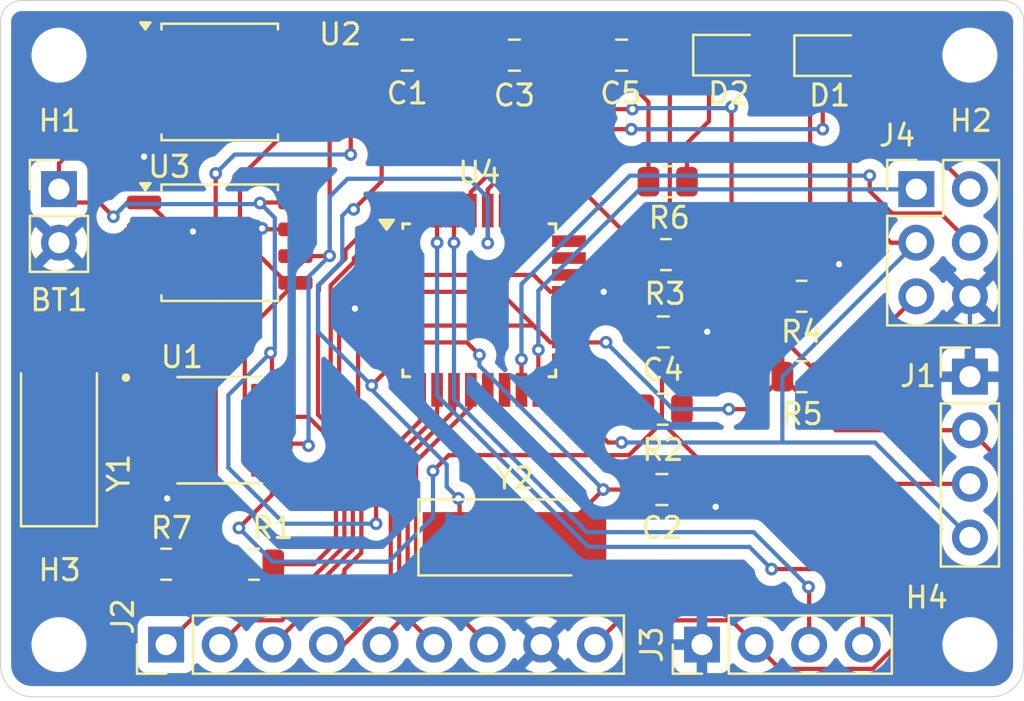
<source format=kicad_pcb>
(kicad_pcb (version 20241229) (generator "pcbnew") (generator_version "9.0")
  (layers (0 "F.Cu" signal) (2 "B.Cu" signal) (13 "F.Paste" user) (15 "B.Paste" user) (5 "F.SilkS" user "F.Silkscreen") (7 "B.SilkS" user "B.Silkscreen") (1 "F.Mask" user) (3 "B.Mask" user) (25 "Edge.Cuts" user))
  (net 0 "")
  (net 1 "/VCC")
  (net 2 "GND")
  (net 3 "Net-(C1-Pad1)")
  (net 4 "Net-(D1-K)")
  (net 5 "/SCK")
  (net 6 "Net-(D2-K)")
  (net 7 "/SDA")
  (net 8 "/D7")
  (net 9 "/D5")
  (net 10 "/D8")
  (net 11 "/D3")
  (net 12 "/D6")
  (net 13 "/D2")
  (net 14 "/D4")
  (net 15 "/TX")
  (net 16 "/RX")
  (net 17 "/RESET")
  (net 18 "/MOSI")
  (net 19 "/MISO")
  (net 20 "Net-(U4-XTAL1{slash}PB6)")
  (net 21 "Net-(U4-XTAL2{slash}PB7)")
  (net 22 "Net-(U4-AREF)")
  (net 23 "Net-(U1-SQW{slash}~INT)")
  (net 24 "Net-(U1-~{INTA})")
  (net 25 "Net-(U1-X1)")
  (net 26 "Net-(U1-X2)")
  (footprint "Resistor_SMD:R_0805_2012Metric" (layer "F.Cu") (at 137.5175 109.22)
    (property "Reference" "R1")
    (property "Value" "10K" (hide yes))
  )
  (footprint "Package_QFP:TQFP-32_7x7mm_P0.8mm" (layer "F.Cu") (at 148.194311 96.707244)
    (property "Reference" "U4")
    (property "Value" "ATmega328P-A" (hide yes))
  )
  (footprint "Capacitor_SMD:C_0805_2012Metric" (layer "F.Cu") (at 144.78 85.09)
    (property "Reference" "C1")
    (property "Value" "0.1uF" (hide yes))
  )
  (footprint "Crystal:Crystal_SMD_5032-2Pin_5.0x3.2mm_HandSoldering" (layer "F.Cu") (at 128.27 102.87 90)
    (property "Reference" "Y1")
    (property "Value" "32.768kHz" (hide yes))
  )
  (footprint "MountingHole:MountingHole_2.1mm" (layer "F.Cu") (at 128.27 85.09)
    (property "Reference" "H1")
    (property "Value" "2.1mm" (hide yes))
  )
  (footprint "Capacitor_SMD:C_0805_2012Metric" (layer "F.Cu") (at 156.84952 105.681421)
    (property "Reference" "C2")
    (property "Value" "22pF" (hide yes))
  )
  (footprint "Resistor_SMD:R_0805_2012Metric" (layer "F.Cu") (at 157.040756 94.543402 180)
    (property "Reference" "R3")
    (property "Value" "4.7K" (hide yes))
  )
  (footprint "Connector_PinHeader_2.54mm:PinHeader_1x04_P2.54mm_Vertical" (layer "F.Cu") (at 158.75 113.03 90)
    (property "Reference" "J3")
    (property "Value" "Conn_01x04_Pin" (hide yes))
  )
  (footprint "Resistor_SMD:R_0805_2012Metric" (layer "F.Cu") (at 163.4725 96.52)
    (property "Reference" "R4")
    (property "Value" "330" (hide yes))
  )
  (footprint "MountingHole:MountingHole_2.1mm" (layer "F.Cu") (at 171.45 85.09)
    (property "Reference" "H2")
    (property "Value" "2.1mm" (hide yes))
  )
  (footprint "Capacitor_SMD:C_0805_2012Metric" (layer "F.Cu") (at 156.915407 98.211088 180)
    (property "Reference" "C4")
    (property "Value" "0.1uF" (hide yes))
  )
  (footprint "MountingHole:MountingHole_2.1mm" (layer "F.Cu") (at 171.45 113.03)
    (property "Reference" "H4")
    (property "Value" "2.1mm" (hide yes))
  )
  (footprint "Resistor_SMD:R_0805_2012Metric" (layer "F.Cu") (at 156.88702 101.871421 180)
    (property "Reference" "R2")
    (property "Value" "4.7K" (hide yes))
  )
  (footprint "Package_SO:SOIC-8_5.3x5.3mm_P1.27mm" (layer "F.Cu") (at 135.89 93.98)
    (property "Reference" "U3")
    (property "Value" "24LC1025" (hide yes))
  )
  (footprint "Resistor_SMD:R_0805_2012Metric" (layer "F.Cu") (at 163.4725 100.33 180)
    (property "Reference" "R5")
    (property "Value" "10K" (hide yes))
  )
  (footprint "Capacitor_SMD:C_0805_2012Metric" (layer "F.Cu") (at 149.86 85.09)
    (property "Reference" "C3")
    (property "Value" "22pF" (hide yes))
  )
  (footprint "Resistor_SMD:R_0805_2012Metric" (layer "F.Cu") (at 133.35 109.22 180)
    (property "Reference" "R7")
    (property "Value" "10K" (hide yes))
  )
  (footprint "Connector_PinHeader_2.54mm:PinHeader_1x02_P2.54mm_Vertical" (layer "F.Cu") (at 128.27 91.44)
    (property "Reference" "BT1")
    (property "Value" "Battery")
  )
  (footprint "Connector_PinHeader_2.54mm:PinHeader_1x09_P2.54mm_Vertical" (layer "F.Cu") (at 133.35 113.03 90)
    (property "Reference" "J2")
    (property "Value" "Conn_01x09_Pin" (hide yes))
  )
  (footprint "LED_SMD:LED_0805_2012Metric" (layer "F.Cu") (at 164.811865 85.111521)
    (property "Reference" "D1")
    (property "Value" "LED" (hide yes))
  )
  (footprint "Crystal:Crystal_SMD_5032-2Pin_5.0x3.2mm_HandSoldering" (layer "F.Cu") (at 149.86 107.95)
    (property "Reference" "Y2")
    (property "Value" "16MHz" (hide yes))
  )
  (footprint "Resistor_SMD:R_0805_2012Metric" (layer "F.Cu") (at 157.126307 91.088604 180)
    (property "Reference" "R6")
    (property "Value" "330" (hide yes))
  )
  (footprint "MountingHole:MountingHole_2.1mm" (layer "F.Cu") (at 128.27 113.03)
    (property "Reference" "H3")
    (property "Value" "2.1mm" (hide yes))
  )
  (footprint "DS1337S_:SOIC127P600X175-8N" (layer "F.Cu") (at 135.89 102.87)
    (property "Reference" "U1")
    (property "Value" "DS1337S_" (hide yes))
  )
  (footprint "Connector_PinHeader_2.54mm:PinHeader_1x04_P2.54mm_Vertical" (layer "F.Cu") (at 171.45 100.33)
    (property "Reference" "J1")
    (property "Value" "Conn_01x04_Pin" (hide yes))
  )
  (footprint "Capacitor_SMD:C_0805_2012Metric" (layer "F.Cu") (at 154.94 85.09 180)
    (property "Reference" "C5")
    (property "Value" "100nF" (hide yes))
  )
  (footprint "Package_SO:SOIC-8_5.3x5.3mm_P1.27mm" (layer "F.Cu") (at 135.89 86.36)
    (property "Reference" "U2")
    (property "Value" "24LC1025" (hide yes))
  )
  (footprint "LED_SMD:LED_0805_2012Metric" (layer "F.Cu") (at 160.02 85.09)
    (property "Reference" "D2")
    (property "Value" "LED" (hide yes))
  )
  (footprint "Connector_PinHeader_2.54mm:PinHeader_2x03_P2.54mm_Vertical" (layer "F.Cu") (at 168.91 91.44)
    (property "Reference" "J4")
    (property "Value" "Conn_02x03_Odd_Even" (hide yes))
  )
  (gr_arc (start 173 82.5) (mid 173.707107 82.792893) (end 174 83.5) (stroke (width 0.05)) (layer "Edge.Cuts"))
  (gr_arc (start 127 115.5) (mid 125.93934 115.06066) (end 125.5 114) (stroke (width 0.05)) (layer "Edge.Cuts"))
  (gr_arc (start 125.5 83.5) (mid 125.792893 82.792893) (end 126.5 82.5) (stroke (width 0.05)) (layer "Edge.Cuts"))
  (gr_line (start 125.5 114) (end 125.5 83.5) (stroke (width 0.05)) (layer "Edge.Cuts"))
  (gr_line (start 174 83.5) (end 174 114) (stroke (width 0.05)) (layer "Edge.Cuts"))
  (gr_line (start 172.5 115.5) (end 127 115.5) (stroke (width 0.05)) (layer "Edge.Cuts"))
  (gr_line (start 126.5 82.5) (end 173 82.5) (stroke (width 0.05)) (layer "Edge.Cuts"))
  (gr_arc (start 174 114) (mid 173.56066 115.06066) (end 172.5 115.5) (stroke (width 0.05)) (layer "Edge.Cuts"))
  (segment (start 143.944311 97.907244) (end 142.892756 97.907244) (width 0.2) (layer "F.Cu") (net 1))
  (segment (start 152.444311 98.707244) (end 154.192756 98.707244) (width 0.2) (layer "F.Cu") (net 1))
  (segment (start 149.167311 96.307244) (end 151.567311 98.707244) (width 0.2) (layer "F.Cu") (net 1))
  (segment (start 165.1 102.87) (end 162.56 100.33) (width 0.2) (layer "F.Cu") (net 1))
  (segment (start 171.45 102.87) (end 165.1 102.87) (width 0.2) (layer "F.Cu") (net 1))
  (segment (start 161.29 113.03) (end 160.139 111.879) (width 0.2) (layer "F.Cu") (net 1))
  (segment (start 162.56 100.33) (end 162.56 99.150146) (width 0.2) (layer "F.Cu") (net 1))
  (segment (start 143.3 103.1816) (end 143.3 107.3) (width 0.2) (layer "F.Cu") (net 1))
  (segment (start 160.9575 85.09) (end 159.9565 84.089) (width 0.2) (layer "F.Cu") (net 1))
  (segment (start 142.892756 97.907244) (end 142.45 98.35) (width 0.2) (layer "F.Cu") (net 1))
  (segment (start 171.45 91.44) (end 168.2 88.19) (width 0.2) (layer "F.Cu") (net 1))
  (segment (start 133.416 94.313999) (end 133.114999 94.615) (width 0.2) (layer "F.Cu") (net 1))
  (segment (start 130.18 92.075) (end 128.905 92.075) (width 0.2) (layer "F.Cu") (net 1))
  (segment (start 168.2 85.95) (end 166.25 84) (width 0.2) (layer "F.Cu") (net 1))
  (segment (start 138.365 100.965) (end 138.365 99.265) (width 0.2) (layer "F.Cu") (net 1))
  (segment (start 150.767311 97.907244) (end 151.567311 98.707244) (width 0.2) (layer "F.Cu") (net 1))
  (segment (start 133.416 92.98601) (end 133.416 94.313999) (width 0.2) (layer "F.Cu") (net 1))
  (segment (start 166.25 84) (end 162.0475 84) (width 0.2) (layer "F.Cu") (net 1))
  (segment (start 139.4775 92.075) (end 137.825 92.075) (width 0.2) (layer "F.Cu") (net 1))
  (segment (start 130.85 92.745) (end 130.18 92.075) (width 0.2) (layer "F.Cu") (net 1))
  (segment (start 143.944311 97.907244) (end 150.767311 97.907244) (width 0.2) (layer "F.Cu") (net 1))
  (segment (start 155.89 85.09) (end 157.225307 86.425307) (width 0.2) (layer "F.Cu") (net 1))
  (segment (start 157.225307 93.815453) (end 157.953256 94.543402) (width 0.2) (layer "F.Cu") (net 1))
  (segment (start 156.891 84.089) (end 155.89 85.09) (width 0.2) (layer "F.Cu") (net 1))
  (segment (start 142.45 98.35) (end 142.45 102.3316) (width 0.2) (layer "F.Cu") (net 1))
  (segment (start 128.905 92.075) (end 128.27 91.44) (width 0.2) (layer "F.Cu") (net 1))
  (segment (start 138.365 99.265) (end 138.3 99.2) (width 0.2) (layer "F.Cu") (net 1))
  (segment (start 154.192756 98.707244) (end 154.2 98.7) (width 0.2) (layer "F.Cu") (net 1))
  (segment (start 133.114999 94.615) (end 132.3025 94.615) (width 0.2) (layer "F.Cu") (net 1))
  (segment (start 132.3025 92.075) (end 131.52 92.075) (width 0.2) (layer "F.Cu") (net 1))
  (segment (start 131.490001 86.995) (end 128.27 90.215001) (width 0.2) (layer "F.Cu") (net 1))
  (segment (start 172.95 108.5) (end 172.95 104.37) (width 0.2) (layer "F.Cu") (net 1))
  (segment (start 162.441 114.181) (end 166.84676 114.181) (width 0.2) (layer "F.Cu") (net 1))
  (segment (start 143.944311 96.307244) (end 149.167311 96.307244) (width 0.2) (layer "F.Cu") (net 1))
  (segment (start 168.4 112.62776) (end 168.4 111.25) (width 0.2) (layer "F.Cu") (net 1))
  (segment (start 133.416 92.98601) (end 132.50499 92.075) (width 0.2) (layer "F.Cu") (net 1))
  (segment (start 169.7 109.95) (end 171.5 109.95) (width 0.2) (layer "F.Cu") (net 1))
  (segment (start 132.50499 92.075) (end 132.3025 92.075) (width 0.2) (layer "F.Cu") (net 1))
  (segment (start 168.2 88.19) (end 168.2 85.95) (width 0.2) (layer "F.Cu") (net 1))
  (segment (start 151.567311 98.707244) (end 152.444311 98.707244) (width 0.2) (layer "F.Cu") (net 1))
  (segment (start 137.825 92.075) (end 137.8 92.1) (width 0.2) (layer "F.Cu") (net 1))
  (segment (start 142.45 102.3316) (end 143.3 103.1816) (width 0.2) (layer "F.Cu") (net 1))
  (segment (start 171.5 109.95) (end 172.95 108.5) (width 0.2) (layer "F.Cu") (net 1))
  (segment (start 166.84676 114.181) (end 168.4 112.62776) (width 0.2) (layer "F.Cu") (net 1))
  (segment (start 172.95 104.37) (end 171.45 102.87) (width 0.2) (layer "F.Cu") (net 1))
  (segment (start 168.4 111.25) (end 169.7 109.95) (width 0.2) (layer "F.Cu") (net 1))
  (segment (start 160.139 111.879) (end 154.821 111.879) (width 0.2) (layer "F.Cu") (net 1))
  (segment (start 160.02 101.871421) (end 157.79952 101.871421) (width 0.2) (layer "F.Cu") (net 1))
  (segment (start 162.0475 84) (end 160.9575 85.09) (width 0.2) (layer "F.Cu") (net 1))
  (segment (start 128.27 90.215001) (end 128.27 91.44) (width 0.2) (layer "F.Cu") (net 1))
  (segment (start 157.225307 86.425307) (end 157.225307 93.815453) (width 0.2) (layer "F.Cu") (net 1))
  (segment (start 159.9565 84.089) (end 156.891 84.089) (width 0.2) (layer "F.Cu") (net 1))
  (segment (start 162.56 99.150146) (end 157.953256 94.543402) (width 0.2) (layer "F.Cu") (net 1))
  (segment (start 139.4775 84.455) (end 132.3025 84.455) (width 0.2) (layer "F.Cu") (net 1))
  (segment (start 132.3025 84.455) (end 132.3025 86.995) (width 0.2) (layer "F.Cu") (net 1))
  (segment (start 154.821 111.879) (end 153.67 113.03) (width 0.2) (layer "F.Cu") (net 1))
  (segment (start 132.3025 86.995) (end 131.490001 86.995) (width 0.2) (layer "F.Cu") (net 1))
  (segment (start 161.29 113.03) (end 162.441 114.181) (width 0.2) (layer "F.Cu") (net 1))
  (segment (start 161.018579 101.871421) (end 162.56 100.33) (width 0.2) (layer "F.Cu") (net 1))
  (segment (start 131.52 92.075) (end 130.85 92.745) (width 0.2) (layer "F.Cu") (net 1))
  (segment (start 160.02 101.871421) (end 161.018579 101.871421) (width 0.2) (layer "F.Cu") (net 1))
  (via (at 137.8 92.1) (size 0.6) (drill 0.3) (layers "F.Cu" "B.Cu") (net 1))
  (via (at 160.02 101.871421) (size 0.6) (drill 0.3) (layers "F.Cu" "B.Cu") (net 1))
  (via (at 130.85 92.745) (size 0.6) (drill 0.3) (layers "F.Cu" "B.Cu") (net 1))
  (via (at 143.3 107.3) (size 0.6) (drill 0.3) (layers "F.Cu" "B.Cu") (net 1))
  (via (at 154.2 98.7) (size 0.6) (drill 0.3) (layers "F.Cu" "B.Cu") (net 1))
  (via (at 138.3 99.2) (size 0.6) (drill 0.3) (layers "F.Cu" "B.Cu") (net 1))
  (segment (start 160.02 101.871421) (end 157.371421 101.871421) (width 0.2) (layer "B.Cu") (net 1))
  (segment (start 143.3 107.3) (end 138.95 107.3) (width 0.2) (layer "B.Cu") (net 1))
  (segment (start 157.371421 101.871421) (end 154.2 98.7) (width 0.2) (layer "B.Cu") (net 1))
  (segment (start 138.3 99.2) (end 138.501 98.999) (width 0.2) (layer "B.Cu") (net 1))
  (segment (start 130.85 92.745) (end 131.445 92.15) (width 0.2) (layer "B.Cu") (net 1))
  (segment (start 138.95 107.3) (end 136.3 104.65) (width 0.2) (layer "B.Cu") (net 1))
  (segment (start 138.501 92.801) (end 137.8 92.1) (width 0.2) (layer "B.Cu") (net 1))
  (segment (start 137.75 92.15) (end 137.8 92.1) (width 0.2) (layer "B.Cu") (net 1))
  (segment (start 136.3 101.2) (end 138.3 99.2) (width 0.2) (layer "B.Cu") (net 1))
  (segment (start 136.3 104.65) (end 136.3 101.2) (width 0.2) (layer "B.Cu") (net 1))
  (segment (start 131.445 92.15) (end 137.75 92.15) (width 0.2) (layer "B.Cu") (net 1))
  (segment (start 138.501 98.999) (end 138.501 92.801) (width 0.2) (layer "B.Cu") (net 1))
  (segment (start 128.905 93.345) (end 128.27 93.98) (width 0.2) (layer "F.Cu") (net 2))
  (segment (start 148.91 85.09) (end 149.936 84.064) (width 0.2) (layer "F.Cu") (net 2))
  (segment (start 145.73 85.09) (end 148.91 85.09) (width 0.2) (layer "F.Cu") (net 2))
  (segment (start 143.944311 95.507244) (end 150.767311 95.507244) (width 0.2) (layer "F.Cu") (net 2))
  (segment (start 131.490001 93.345) (end 131.189 93.646001) (width 0.2) (layer "F.Cu") (net 2))
  (segment (start 144.64 84) (end 145.73 85.09) (width 0.2) (layer "F.Cu") (net 2))
  (segment (start 149.936 84.064) (end 152.964 84.064) (width 0.2) (layer "F.Cu") (net 2))
  (segment (start 131.189 95.583999) (end 131.490001 95.885) (width 0.2) (layer "F.Cu") (net 2))
  (segment (start 137.945 93.345) (end 137.9 93.3) (width 0.2) (layer "F.Cu") (net 2))
  (segment (start 131.189 93.646001) (end 131.189 95.583999) (width 0.2) (layer "F.Cu") (net 2))
  (segment (start 138.825 85.725) (end 139.4775 85.725) (width 0.2) (layer "F.Cu") (net 2))
  (segment (start 158.618099 106.5) (end 157.79952 105.681421) (width 0.2) (layer "F.Cu") (net 2))
  (segment (start 158.988912 98.211088) (end 159 98.2) (width 0.2) (layer "F.Cu") (net 2))
  (segment (start 133.415 104.785) (end 133.415 104.775) (width 0.2) (layer "F.Cu") (net 2))
  (segment (start 152.964 84.064) (end 153.99 85.09) (width 0.2) (layer "F.Cu") (net 2))
  (segment (start 142.307244 97.107244) (end 142.3 97.1) (width 0.2) (layer "F.Cu") (net 2))
  (segment (start 133.4 104.8) (end 133.415 104.785) (width 0.2) (layer "F.Cu") (net 2))
  (segment (start 140.6 85.75) (end 142.35 84) (width 0.2) (layer "F.Cu") (net 2))
  (segment (start 132.3025 89.9) (end 132.3025 88.265) (width 0.2) (layer "F.Cu") (net 2))
  (segment (start 132.3025 95.885) (end 133.114999 95.885) (width 0.2) (layer "F.Cu") (net 2))
  (segment (start 130.175 95.885) (end 128.27 93.98) (width 0.2) (layer "F.Cu") (net 2))
  (segment (start 134.62 94.379999) (end 134.62 93.45) (width 0.2) (layer "F.Cu") (net 2))
  (segment (start 154.092756 96.307244) (end 152.444311 96.307244) (width 0.2) (layer "F.Cu") (net 2))
  (segment (start 159.4 106.5) (end 158.618099 106.5) (width 0.2) (layer "F.Cu") (net 2))
  (segment (start 134.65 89.9) (end 138.825 85.725) (width 0.2) (layer "F.Cu") (net 2))
  (segment (start 132.3025 89.9) (end 134.65 89.9) (width 0.2) (layer "F.Cu") (net 2))
  (segment (start 143.944311 97.107244) (end 142.307244 97.107244) (width 0.2) (layer "F.Cu") (net 2))
  (segment (start 131.490001 95.885) (end 132.3025 95.885) (width 0.2) (layer "F.Cu") (net 2))
  (segment (start 139.4775 85.725) (end 139.5025 85.75) (width 0.2) (layer "F.Cu") (net 2))
  (segment (start 156.213807 91.088604) (end 156.213807 87.313807) (width 0.2) (layer "F.Cu") (net 2))
  (segment (start 151.567311 96.307244) (end 152.444311 96.307244) (width 0.2) (layer "F.Cu") (net 2))
  (segment (start 156.213807 87.313807) (end 153.99 85.09) (width 0.2) (layer "F.Cu") (net 2))
  (segment (start 133.114999 95.885) (end 134.62 94.379999) (width 0.2) (layer "F.Cu") (net 2))
  (segment (start 157.865407 98.211088) (end 158.988912 98.211088) (width 0.2) (layer "F.Cu") (net 2))
  (segment (start 134.62 93.45) (end 134.515 93.345) (width 0.2) (layer "F.Cu") (net 2))
  (segment (start 164.385 95.865) (end 165.25 95) (width 0.2) (layer "F.Cu") (net 2))
  (segment (start 132.3025 95.885) (end 130.175 95.885) (width 0.2) (layer "F.Cu") (net 2))
  (segment (start 139.5025 85.75) (end 140.6 85.75) (width 0.2) (layer "F.Cu") (net 2))
  (segment (start 132.3025 93.345) (end 131.490001 93.345) (width 0.2) (layer "F.Cu") (net 2))
  (segment (start 133.4 106.1) (end 133.4 104.8) (width 0.2) (layer "F.Cu") (net 2))
  (segment (start 139.4775 93.345) (end 137.945 93.345) (width 0.2) (layer "F.Cu") (net 2))
  (segment (start 142.35 84) (end 144.64 84) (width 0.2) (layer "F.Cu") (net 2))
  (segment (start 150.767311 95.507244) (end 151.567311 96.307244) (width 0.2) (layer "F.Cu") (net 2))
  (segment (start 164.385 96.52) (end 164.385 95.865) (width 0.2) (layer "F.Cu") (net 2))
  (via (at 159 98.2) (size 0.6) (drill 0.3) (layers "F.Cu" "B.Cu") (net 2))
  (via (at 133.4 106.1) (size 0.6) (drill 0.3) (layers "F.Cu" "B.Cu") (net 2))
  (via (at 137.9 93.3) (size 0.6) (drill 0.3) (layers "F.Cu" "B.Cu") (net 2))
  (via (at 142.3 97.1) (size 0.6) (drill 0.3) (layers "F.Cu" "B.Cu") (net 2))
  (via micro (at 154.092756 96.307244) (size 0.6) (drill 0.3) (layers "F.Cu" "B.Cu") (net 2))
  (via (at 165.25 95) (size 0.6) (drill 0.3) (layers "F.Cu" "B.Cu") (net 2))
  (via (at 134.62 93.45) (size 0.6) (drill 0.3) (layers "F.Cu" "B.Cu") (net 2))
  (via (at 132.3025 89.9) (size 0.6) (drill 0.3) (layers "F.Cu" "B.Cu") (net 2))
  (via (at 159.4 106.5) (size 0.6) (drill 0.3) (layers "F.Cu" "B.Cu") (net 2))
  (segment (start 137.75 93.45) (end 137.9 93.3) (width 0.2) (layer "B.Cu") (net 2))
  (segment (start 159 98.2) (end 158.988912 98.211088) (width 0.2) (layer "B.Cu") (net 2))
  (segment (start 171.45 100.33) (end 171.45 96.52) (width 0.2) (layer "B.Cu") (net 2))
  (segment (start 134.62 93.45) (end 137.75 93.45) (width 0.2) (layer "B.Cu") (net 2))
  (segment (start 142.1 86.82) (end 142.1 89.8) (width 0.2) (layer "F.Cu") (net 3))
  (segment (start 135.7 107.7825) (end 134.2625 109.22) (width 0.2) (layer "F.Cu") (net 3))
  (segment (start 134.2625 109.22) (end 136.605 109.22) (width 0.2) (layer "F.Cu") (net 3))
  (segment (start 143.83 85.09) (end 142.1 86.82) (width 0.2) (layer "F.Cu") (net 3))
  (segment (start 135.7 90.7) (end 135.7 107.7825) (width 0.2) (layer "F.Cu") (net 3))
  (via (at 135.7 90.7) (size 0.6) (drill 0.3) (layers "F.Cu" "B.Cu") (net 3))
  (via (at 142.1 89.8) (size 0.6) (drill 0.3) (layers "F.Cu" "B.Cu") (net 3))
  (segment (start 142.1 89.8) (end 136.6 89.8) (width 0.2) (layer "B.Cu") (net 3))
  (segment (start 136.6 89.8) (end 135.7 90.7) (width 0.2) (layer "B.Cu") (net 3))
  (segment (start 163.874365 85.111521) (end 163.874365 95.205635) (width 0.2) (layer "F.Cu") (net 4))
  (segment (start 163.874365 95.205635) (end 162.56 96.52) (width 0.2) (layer "F.Cu") (net 4))
  (segment (start 151.451555 88.6) (end 155.4 88.6) (width 0.2) (layer "F.Cu") (net 5))
  (segment (start 139.67999 86.995) (end 141.1 88.41501) (width 0.2) (layer "F.Cu") (net 5))
  (segment (start 148.594311 91.457244) (end 151.451555 88.6) (width 0.2) (layer "F.Cu") (net 5))
  (segment (start 140.005 103.505) (end 140.1 103.6) (width 0.2) (layer "F.Cu") (net 5))
  (segment (start 139.4775 86.995) (end 139.67999 86.995) (width 0.2) (layer "F.Cu") (net 5))
  (segment (start 152.444311 101.594311) (end 154.3 103.45) (width 0.2) (layer "F.Cu") (net 5))
  (segment (start 154.808488 101.871421) (end 155.97452 101.871421) (width 0.2) (layer "F.Cu") (net 5))
  (segment (start 141.085 94.615) (end 141.1 94.6) (width 0.2) (layer "F.Cu") (net 5))
  (segment (start 165.749365 85.111521) (end 165.749365 92.021446) (width 0.2) (layer "F.Cu") (net 5))
  (segment (start 148.594311 92.457244) (end 148.594311 91.457244) (width 0.2) (layer "F.Cu") (net 5))
  (segment (start 164.474365 86.575635) (end 165.749365 85.300635) (width 0.2) (layer "F.Cu") (net 5))
  (segment (start 139.4775 94.615) (end 141.085 94.615) (width 0.2) (layer "F.Cu") (net 5))
  (segment (start 138.365 103.505) (end 140.005 103.505) (width 0.2) (layer "F.Cu") (net 5))
  (segment (start 165.749365 85.300635) (end 165.749365 85.111521) (width 0.2) (layer "F.Cu") (net 5))
  (segment (start 154.3 103.45) (end 154.94 103.45) (width 0.2) (layer "F.Cu") (net 5))
  (segment (start 141.1 88.41501) (end 141.1 94.6) (width 0.2) (layer "F.Cu") (net 5))
  (segment (start 165.749365 92.021446) (end 167.707919 93.98) (width 0.2) (layer "F.Cu") (net 5))
  (segment (start 154.531378 101.594311) (end 154.808488 101.871421) (width 0.2) (layer "F.Cu") (net 5))
  (segment (start 152.444311 99.507244) (end 152.444311 101.594311) (width 0.2) (layer "F.Cu") (net 5))
  (segment (start 152.444311 101.594311) (end 154.531378 101.594311) (width 0.2) (layer "F.Cu") (net 5))
  (segment (start 164.474365 88.6) (end 164.474365 86.575635) (width 0.2) (layer "F.Cu") (net 5))
  (segment (start 167.707919 93.98) (end 168.91 93.98) (width 0.2) (layer "F.Cu") (net 5))
  (segment (start 148.594311 94) (end 148.594311 92.457244) (width 0.2) (layer "F.Cu") (net 5))
  (via (at 140.1 103.6) (size 0.6) (drill 0.3) (layers "F.Cu" "B.Cu") (net 5))
  (via (at 155.4 88.6) (size 0.6) (drill 0.3) (layers "F.Cu" "B.Cu") (net 5))
  (via (at 141.1 94.6) (size 0.6) (drill 0.3) (layers "F.Cu" "B.Cu") (net 5))
  (via (at 148.594311 94) (size 0.6) (drill 0.3) (layers "F.Cu" "B.Cu") (net 5))
  (via (at 154.94 103.45) (size 0.6) (drill 0.3) (layers "F.Cu" "B.Cu") (net 5))
  (via (at 164.474365 88.6) (size 0.6) (drill 0.3) (layers "F.Cu" "B.Cu") (net 5))
  (segment (start 141.1 91.8) (end 141.1 94.6) (width 0.2) (layer "B.Cu") (net 5))
  (segment (start 147.7 90.95) (end 141.95 90.95) (width 0.2) (layer "B.Cu") (net 5))
  (segment (start 166.95 103.45) (end 171.45 107.95) (width 0.2) (layer "B.Cu") (net 5))
  (segment (start 154.94 103.45) (end 162.56 103.45) (width 0.2) (layer "B.Cu") (net 5))
  (segment (start 140.1 103.6) (end 140.1 95.6) (width 0.2) (layer "B.Cu") (net 5))
  (segment (start 148.594311 91.844311) (end 147.7 90.95) (width 0.2) (layer "B.Cu") (net 5))
  (segment (start 162.56 100.33) (end 168.91 93.98) (width 0.2) (layer "B.Cu") (net 5))
  (segment (start 140.1 95.6) (end 141.1 94.6) (width 0.2) (layer "B.Cu") (net 5))
  (segment (start 155.4 88.6) (end 164.45 88.6) (width 0.2) (layer "B.Cu") (net 5))
  (segment (start 164.45 88.6) (end 164.474365 88.6) (width 0.2) (layer "B.Cu") (net 5))
  (segment (start 162.56 103.45) (end 166.95 103.45) (width 0.2) (layer "B.Cu") (net 5))
  (segment (start 141.95 90.95) (end 141.1 91.8) (width 0.2) (layer "B.Cu") (net 5))
  (segment (start 148.594311 94) (end 148.594311 91.844311) (width 0.2) (layer "B.Cu") (net 5))
  (segment (start 162.56 103.45) (end 162.56 100.33) (width 0.2) (layer "B.Cu") (net 5))
  (segment (start 159.0825 85.09) (end 159.0825 88.219911) (width 0.2) (layer "F.Cu") (net 6))
  (segment (start 158.038807 89.263604) (end 158.038807 91.088604) (width 0.2) (layer "F.Cu") (net 6))
  (segment (start 159.0825 88.219911) (end 158.038807 89.263604) (width 0.2) (layer "F.Cu") (net 6))
  (segment (start 149.618311 91.356244) (end 152.941098 91.356244) (width 0.2) (layer "F.Cu") (net 7))
  (segment (start 137.079 98.2835) (end 137.079 104.474) (width 0.2) (layer "F.Cu") (net 7))
  (segment (start 138.365 105.935) (end 136.8 107.5) (width 0.2) (layer "F.Cu") (net 7))
  (segment (start 137.38 104.775) (end 138.365 104.775) (width 0.2) (layer "F.Cu") (net 7))
  (segment (start 137.079 104.474) (end 137.38 104.775) (width 0.2) (layer "F.Cu") (net 7))
  (segment (start 139.065 95.885) (end 139.4775 95.885) (width 0.2) (layer "F.Cu") (net 7))
  (segment (start 171.45 105.41) (end 159.765399 105.41) (width 0.2) (layer "F.Cu") (net 7))
  (segment (start 149.394311 92.457244) (end 149.394311 91.580244) (width 0.2) (layer "F.Cu") (net 7))
  (segment (start 136.85 93.67) (end 139.065 95.885) (width 0.2) (layer "F.Cu") (net 7))
  (segment (start 156.85 95.646658) (end 156.85 102.494601) (width 0.2) (layer "F.Cu") (net 7))
  (segment (start 159.765399 105.41) (end 156.85 102.494601) (width 0.2) (layer "F.Cu") (net 7))
  (segment (start 156.85 102.494601) (end 155.294601 104.05) (width 0.2) (layer "F.Cu") (net 7))
  (segment (start 156.128256 94.543402) (end 156.128256 94.924914) (width 0.2) (layer "F.Cu") (net 7))
  (segment (start 152.941098 91.356244) (end 156.128256 94.543402) (width 0.2) (layer "F.Cu") (net 7))
  (segment (start 146.75 104.05) (end 146 104.8) (width 0.2) (layer "F.Cu") (net 7))
  (segment (start 139.4775 95.885) (end 137.079 98.2835) (width 0.2) (layer "F.Cu") (net 7))
  (segment (start 138.365 104.775) (end 138.365 105.935) (width 0.2) (layer "F.Cu") (net 7))
  (segment (start 155.294601 104.05) (end 146.75 104.05) (width 0.2) (layer "F.Cu") (net 7))
  (segment (start 139.4775 88.265) (end 136.85 90.8925) (width 0.2) (layer "F.Cu") (net 7))
  (segment (start 149.394311 91.580244) (end 149.618311 91.356244) (width 0.2) (layer "F.Cu") (net 7))
  (segment (start 156.128256 94.924914) (end 156.85 95.646658) (width 0.2) (layer "F.Cu") (net 7))
  (segment (start 136.85 90.8925) (end 136.85 93.67) (width 0.2) (layer "F.Cu") (net 7))
  (via (at 136.8 107.5) (size 0.6) (drill 0.3) (layers "F.Cu" "B.Cu") (net 7))
  (via (at 146 104.8) (size 0.6) (drill 0.3) (layers "F.Cu" "B.Cu") (net 7))
  (segment (start 146 107) (end 146 104.8) (width 0.2) (layer "B.Cu") (net 7))
  (segment (start 143.9 109.1) (end 146 107) (width 0.2) (layer "B.Cu") (net 7))
  (segment (start 138.4 109.1) (end 143.9 109.1) (width 0.2) (layer "B.Cu") (net 7))
  (segment (start 136.8 107.5) (end 138.4 109.1) (width 0.2) (layer "B.Cu") (net 7))
  (segment (start 146.05 113.03) (end 144.799 111.779) (width 0.2) (layer "F.Cu") (net 8))
  (segment (start 146.994311 101.957244) (end 146.994311 100.957244) (width 0.2) (layer "F.Cu") (net 8))
  (segment (start 144.799 104.152555) (end 146.994311 101.957244) (width 0.2) (layer "F.Cu") (net 8))
  (segment (start 144.799 111.779) (end 144.799 104.152555) (width 0.2) (layer "F.Cu") (net 8))
  (segment (start 145.394311 100.957244) (end 145.394311 102.423044) (width 0.2) (layer "F.Cu") (net 9))
  (segment (start 145.394311 102.423044) (end 143.997 103.820355) (width 0.2) (layer "F.Cu") (net 9))
  (segment (start 143.997 103.820355) (end 143.997 110.803) (width 0.2) (layer "F.Cu") (net 9))
  (segment (start 140.97 113.03) (end 141.77 113.03) (width 0.2) (layer "F.Cu") (net 9))
  (segment (start 143.997 110.803) (end 141.77 113.03) (width 0.2) (layer "F.Cu") (net 9))
  (segment (start 148.59 113.03) (end 145.2 109.64) (width 0.2) (layer "F.Cu") (net 10))
  (segment (start 145.2 104.35) (end 147.794311 101.755689) (width 0.2) (layer "F.Cu") (net 10))
  (segment (start 147.794311 101.755689) (end 147.794311 100.957244) (width 0.2) (layer "F.Cu") (net 10))
  (segment (start 145.2 109.64) (end 145.2 104.35) (width 0.2) (layer "F.Cu") (net 10))
  (segment (start 138.8381 111.879) (end 137.041 111.879) (width 0.2) (layer "F.Cu") (net 11))
  (segment (start 142.202 103.2178) (end 142.202 108.5151) (width 0.2) (layer "F.Cu") (net 11))
  (segment (start 142.25 94.9) (end 141.15 96) (width 0.2) (layer "F.Cu") (net 11))
  (segment (start 141.15 96) (end 141.15 102.1658) (width 0.2) (layer "F.Cu") (net 11))
  (segment (start 142.25 94.8671) (end 142.25 94.9) (width 0.2) (layer "F.Cu") (net 11))
  (segment (start 137.041 111.879) (end 135.89 113.03) (width 0.2) (layer "F.Cu") (net 11))
  (segment (start 142.202 108.5151) (end 138.8381 111.879) (width 0.2) (layer "F.Cu") (net 11))
  (segment (start 142.251 94.8661) (end 142.25 94.8671) (width 0.2) (layer "F.Cu") (net 11))
  (segment (start 143.067311 93.907244) (end 142.251 94.723555) (width 0.2) (layer "F.Cu") (net 11))
  (segment (start 142.251 94.723555) (end 142.251 94.8661) (width 0.2) (layer "F.Cu") (net 11))
  (segment (start 143.944311 93.907244) (end 143.067311 93.907244) (width 0.2) (layer "F.Cu") (net 11))
  (segment (start 141.15 102.1658) (end 142.202 103.2178) (width 0.2) (layer "F.Cu") (net 11))
  (segment (start 143.51 112.8331) (end 144.398 111.9451) (width 0.2) (layer "F.Cu") (net 12))
  (segment (start 144.398 103.986455) (end 146.194311 102.190144) (width 0.2) (layer "F.Cu") (net 12))
  (segment (start 146.194311 102.190144) (end 146.194311 100.957244) (width 0.2) (layer "F.Cu") (net 12))
  (segment (start 143.51 113.03) (end 143.51 112.8331) (width 0.2) (layer "F.Cu") (net 12))
  (segment (start 144.398 111.9451) (end 144.398 103.986455) (width 0.2) (layer "F.Cu") (net 12))
  (segment (start 141.849 94.7339) (end 140.591 95.9919) (width 0.2) (layer "F.Cu") (net 13))
  (segment (start 135.88 110.5) (end 133.35 113.03) (width 0.2) (layer "F.Cu") (net 13))
  (segment (start 143.717311 92.457244) (end 141.85 94.324555) (width 0.2) (layer "F.Cu") (net 13))
  (segment (start 140.55 96.28499) (end 140.55 102.1329) (width 0.2) (layer "F.Cu") (net 13))
  (segment (start 139.65 110.5) (end 135.88 110.5) (width 0.2) (layer "F.Cu") (net 13))
  (segment (start 141.801 103.3839) (end 141.801 108.349) (width 0.2) (layer "F.Cu") (net 13))
  (segment (start 141.849 94.701) (end 141.849 94.7339) (width 0.2) (layer "F.Cu") (net 13))
  (segment (start 141.801 108.349) (end 139.65 110.5) (width 0.2) (layer "F.Cu") (net 13))
  (segment (start 140.591 96.24399) (end 140.55 96.28499) (width 0.2) (layer "F.Cu") (net 13))
  (segment (start 145.394311 92.457244) (end 143.717311 92.457244) (width 0.2) (layer "F.Cu") (net 13))
  (segment (start 140.591 95.9919) (end 140.591 96.24399) (width 0.2) (layer "F.Cu") (net 13))
  (segment (start 141.85 94.7) (end 141.849 94.701) (width 0.2) (layer "F.Cu") (net 13))
  (segment (start 141.85 94.324555) (end 141.85 94.7) (width 0.2) (layer "F.Cu") (net 13))
  (segment (start 140.55 102.1329) (end 141.801 103.3839) (width 0.2) (layer "F.Cu") (net 13))
  (segment (start 141.55 96.35) (end 141.55 101.9987) (width 0.2) (layer "F.Cu") (net 14))
  (segment (start 142.968756 94.931244) (end 141.55 96.35) (width 0.2) (layer "F.Cu") (net 14))
  (segment (start 142.603 103.0517) (end 142.603 108.6812) (width 0.2) (layer "F.Cu") (net 14))
  (segment (start 141.8 109.66) (end 138.43 113.03) (width 0.2) (layer "F.Cu") (net 14))
  (segment (start 143.944311 94.707244) (end 143.720311 94.931244) (width 0.2) (layer "F.Cu") (net 14))
  (segment (start 143.720311 94.931244) (end 142.968756 94.931244) (width 0.2) (layer "F.Cu") (net 14))
  (segment (start 141.8 109.4842) (end 141.8 109.66) (width 0.2) (layer "F.Cu") (net 14))
  (segment (start 142.603 108.6812) (end 141.8 109.4842) (width 0.2) (layer "F.Cu") (net 14))
  (segment (start 141.55 101.9987) (end 142.603 103.0517) (width 0.2) (layer "F.Cu") (net 14))
  (segment (start 162.05 109.45) (end 164.35 109.45) (width 0.2) (layer "F.Cu") (net 15))
  (segment (start 146.194311 93.98) (end 146.194311 92.457244) (width 0.2) (layer "F.Cu") (net 15))
  (segment (start 166.37 111.47) (end 166.37 113.03) (width 0.2) (layer "F.Cu") (net 15))
  (segment (start 164.35 109.45) (end 166.37 111.47) (width 0.2) (layer "F.Cu") (net 15))
  (via (at 146.194311 93.98) (size 0.6) (drill 0.3) (layers "F.Cu" "B.Cu") (net 15))
  (via (at 162.05 109.45) (size 0.6) (drill 0.3) (layers "F.Cu" "B.Cu") (net 15))
  (segment (start 146.194311 101.227211) (end 153.3671 108.4) (width 0.2) (layer "B.Cu") (net 15))
  (segment (start 146.194311 93.98) (end 146.194311 101.227211) (width 0.2) (layer "B.Cu") (net 15))
  (segment (start 153.3671 108.4) (end 161 108.4) (width 0.2) (layer "B.Cu") (net 15))
  (segment (start 161 108.4) (end 162.05 109.45) (width 0.2) (layer "B.Cu") (net 15))
  (segment (start 163.83 110.33) (end 163.8 110.3) (width 0.2) (layer "F.Cu") (net 16))
  (segment (start 163.83 113.03) (end 163.83 110.33) (width 0.2) (layer "F.Cu") (net 16))
  (segment (start 146.994311 93.98) (end 146.994311 92.457244) (width 0.2) (layer "F.Cu") (net 16))
  (via (at 146.994311 93.98) (size 0.6) (drill 0.3) (layers "F.Cu" "B.Cu") (net 16))
  (via (at 163.8 110.3) (size 0.6) (drill 0.3) (layers "F.Cu" "B.Cu") (net 16))
  (segment (start 146.994311 101.394311) (end 153.3 107.7) (width 0.2) (layer "B.Cu") (net 16))
  (segment (start 153.3 107.7) (end 161.2 107.7) (width 0.2) (layer "B.Cu") (net 16))
  (segment (start 146.994311 93.98) (end 146.994311 101.394311) (width 0.2) (layer "B.Cu") (net 16))
  (segment (start 161.2 107.7) (end 163.8 110.3) (width 0.2) (layer "B.Cu") (net 16))
  (segment (start 165.1 100.33) (end 168.91 96.52) (width 0.2) (layer "F.Cu") (net 17))
  (segment (start 151.724555 87.65) (end 147.794311 91.580244) (width 0.2) (layer "F.Cu") (net 17))
  (segment (start 164.385 100.33) (end 165.1 100.33) (width 0.2) (layer "F.Cu") (net 17))
  (segment (start 160.15 96.095) (end 164.385 100.33) (width 0.2) (layer "F.Cu") (net 17))
  (segment (start 160.15 87.55) (end 160.15 96.095) (width 0.2) (layer "F.Cu") (net 17))
  (segment (start 155.45 87.65) (end 151.724555 87.65) (width 0.2) (layer "F.Cu") (net 17))
  (segment (start 147.794311 91.580244) (end 147.794311 92.457244) (width 0.2) (layer "F.Cu") (net 17))
  (via (at 160.15 87.55) (size 0.6) (drill 0.3) (layers "F.Cu" "B.Cu") (net 17))
  (via (at 155.45 87.65) (size 0.6) (drill 0.3) (layers "F.Cu" "B.Cu") (net 17))
  (segment (start 160.1 87.6) (end 155.5 87.6) (width 0.2) (layer "B.Cu") (net 17))
  (segment (start 160.15 87.55) (end 160.1 87.6) (width 0.2) (layer "B.Cu") (net 17))
  (segment (start 155.5 87.6) (end 155.45 87.65) (width 0.2) (layer "B.Cu") (net 17))
  (segment (start 150.194311 100.957244) (end 150.194311 99.507244) (width 0.2) (layer "F.Cu") (net 18))
  (segment (start 170.061 92.591) (end 167.759 92.591) (width 0.2) (layer "F.Cu") (net 18))
  (segment (start 167.759 92.591) (end 166.7 91.532) (width 0.2) (layer "F.Cu") (net 18))
  (segment (start 166.7 91.532) (end 166.7 90.8) (width 0.2) (layer "F.Cu") (net 18))
  (segment (start 171.45 93.98) (end 170.061 92.591) (width 0.2) (layer "F.Cu") (net 18))
  (via (at 166.7 90.8) (size 0.6) (drill 0.3) (layers "F.Cu" "B.Cu") (net 18))
  (via (at 150.194311 99.507244) (size 0.6) (drill 0.3) (layers "F.Cu" "B.Cu") (net 18))
  (segment (start 155.3329 90.8) (end 166.7 90.8) (width 0.2) (layer "B.Cu") (net 18))
  (segment (start 150.194311 99.507244) (end 150.194311 95.938589) (width 0.2) (layer "B.Cu") (net 18))
  (segment (start 150.194311 95.938589) (end 155.3329 90.8) (width 0.2) (layer "B.Cu") (net 18))
  (segment (start 150.994311 100.957244) (end 150.994311 99.06) (width 0.2) (layer "F.Cu") (net 19))
  (via (at 150.994311 99.06) (size 0.6) (drill 0.3) (layers "F.Cu" "B.Cu") (net 19))
  (segment (start 168.9 91.45) (end 168.91 91.44) (width 0.2) (layer "B.Cu") (net 19))
  (segment (start 150.994311 96.255689) (end 155.8 91.45) (width 0.2) (layer "B.Cu") (net 19))
  (segment (start 150.994311 99.06) (end 150.994311 96.255689) (width 0.2) (layer "B.Cu") (net 19))
  (segment (start 155.8 91.45) (end 168.9 91.45) (width 0.2) (layer "B.Cu") (net 19))
  (segment (start 154.068545 105.681421) (end 152.46 107.289966) (width 0.2) (layer "F.Cu") (net 20))
  (segment (start 143.944311 98.707244) (end 147.607244 98.707244) (width 0.2) (layer "F.Cu") (net 20))
  (segment (start 152.46 107.289966) (end 152.46 107.95) (width 0.2) (layer "F.Cu") (net 20))
  (segment (start 147.607244 98.707244) (end 148.2 99.3) (width 0.2) (layer "F.Cu") (net 20))
  (segment (start 154.068545 105.681421) (end 155.89952 105.681421) (width 0.2) (layer "F.Cu") (net 20))
  (via (at 154.068545 105.681421) (size 0.6) (drill 0.3) (layers "F.Cu" "B.Cu") (net 20))
  (via (at 148.2 99.3) (size 0.6) (drill 0.3) (layers "F.Cu" "B.Cu") (net 20))
  (segment (start 154.068545 105.681421) (end 148.2 99.812876) (width 0.2) (layer "B.Cu") (net 20))
  (segment (start 148.2 99.812876) (end 148.2 99.3) (width 0.2) (layer "B.Cu") (net 20))
  (segment (start 143.944311 99.895689) (end 143.944311 99.507244) (width 0.2) (layer "F.Cu") (net 21))
  (segment (start 143.092156 100.747844) (end 143.944311 99.895689) (width 0.2) (layer "F.Cu") (net 21))
  (segment (start 142.24 92.4) (end 143.565398 91.074602) (width 0.2) (layer "F.Cu") (net 21))
  (segment (start 149.6 86.3) (end 150.81 85.09) (width 0.2) (layer "F.Cu") (net 21))
  (segment (start 147.26 107.95) (end 147.26 106.16) (width 0.2) (layer "F.Cu") (net 21))
  (segment (start 147.26 106.16) (end 147.2 106.1) (width 0.2) (layer "F.Cu") (net 21))
  (segment (start 143.565398 89.934602) (end 147.2 86.3) (width 0.2) (layer "F.Cu") (net 21))
  (segment (start 143.565398 91.074602) (end 143.565398 89.934602) (width 0.2) (layer "F.Cu") (net 21))
  (segment (start 147.2 86.3) (end 149.6 86.3) (width 0.2) (layer "F.Cu") (net 21))
  (via (at 147.2 106.1) (size 0.6) (drill 0.3) (layers "F.Cu" "B.Cu") (net 21))
  (via (at 143.092156 100.747844) (size 0.6) (drill 0.3) (layers "F.Cu" "B.Cu") (net 21))
  (via (at 142.24 92.4) (size 0.6) (drill 0.3) (layers "F.Cu" "B.Cu") (net 21))
  (segment (start 146.65 104.5) (end 146.65 105.55) (width 0.2) (layer "B.Cu") (net 21))
  (segment (start 143.092156 100.747844) (end 140.55 98.205688) (width 0.2) (layer "B.Cu") (net 21))
  (segment (start 140.55 95.999943) (end 141.701 94.848943) (width 0.2) (layer "B.Cu") (net 21))
  (segment (start 143.092156 100.942156) (end 146.65 104.5) (width 0.2) (layer "B.Cu") (net 21))
  (segment (start 141.7 92.7) (end 142 92.4) (width 0.2) (layer "B.Cu") (net 21))
  (segment (start 141.701 94.848943) (end 141.701 94.351057) (width 0.2) (layer "B.Cu") (net 21))
  (segment (start 142 92.4) (end 142.24 92.4) (width 0.2) (layer "B.Cu") (net 21))
  (segment (start 141.7 94.350057) (end 141.7 92.7) (width 0.2) (layer "B.Cu") (net 21))
  (segment (start 143.092156 100.747844) (end 143.092156 100.942156) (width 0.2) (layer "B.Cu") (net 21))
  (segment (start 140.55 98.205688) (end 140.55 95.999943) (width 0.2) (layer "B.Cu") (net 21))
  (segment (start 146.65 105.55) (end 147.2 106.1) (width 0.2) (layer "B.Cu") (net 21))
  (segment (start 141.701 94.351057) (end 141.7 94.350057) (width 0.2) (layer "B.Cu") (net 21))
  (segment (start 154.861563 97.107244) (end 152.444311 97.107244) (width 0.2) (layer "F.Cu") (net 22))
  (segment (start 155.965407 98.211088) (end 154.861563 97.107244) (width 0.2) (layer "F.Cu") (net 22))
  (segment (start 141.4 108.1829) (end 141.4 103.55) (width 0.2) (layer "F.Cu") (net 23))
  (segment (start 140.085 102.235) (end 138.365 102.235) (width 0.2) (layer "F.Cu") (net 23))
  (segment (start 140.3629 109.22) (end 141.4 108.1829) (width 0.2) (layer "F.Cu") (net 23))
  (segment (start 138.43 109.22) (end 140.3629 109.22) (width 0.2) (layer "F.Cu") (net 23))
  (segment (start 141.4 103.55) (end 140.085 102.235) (width 0.2) (layer "F.Cu") (net 23))
  (segment (start 132.4375 109.22) (end 132.129 108.9115) (width 0.2) (layer "F.Cu") (net 24))
  (segment (start 132.129 108.9115) (end 132.129 103.806) (width 0.2) (layer "F.Cu") (net 24))
  (segment (start 132.43 103.505) (end 133.415 103.505) (width 0.2) (layer "F.Cu") (net 24))
  (segment (start 132.129 103.806) (end 132.43 103.505) (width 0.2) (layer "F.Cu") (net 24))
  (segment (start 128.27 100.27) (end 132.72 100.27) (width 0.2) (layer "F.Cu") (net 25))
  (segment (start 132.72 100.27) (end 133.415 100.965) (width 0.2) (layer "F.Cu") (net 25))
  (segment (start 131.505 102.235) (end 128.27 105.47) (width 0.2) (layer "F.Cu") (net 26))
  (segment (start 133.415 102.235) (end 131.505 102.235) (width 0.2) (layer "F.Cu") (net 26))
  (zone (net 2) (net_name "GND") (layer "B.Cu") (connect_pads (clearance 0.5)) (min_thickness 0.25) (fill yes (thermal_gap 0.5) (thermal_bridge_width 0.5))
    (polygon (pts (xy 125.5 82.5) (xy 174 82.5) (xy 173.975034 115.70717) (xy 125.5 115.5)))
  )
)
</source>
